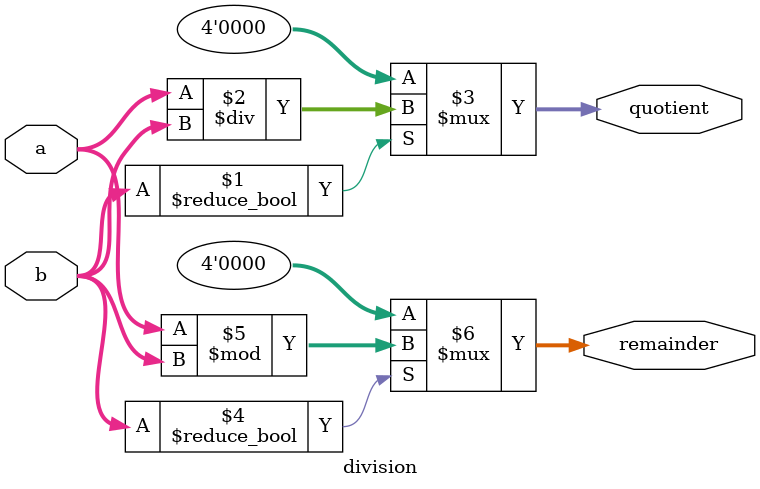
<source format=v>
module division
(
    input [3:0] a, b,
    output [3:0] quotient, remainder
);

    assign quotient = (b != 0) ? (a / b) : 4'b0000;
    assign remainder = (b != 0) ? (a % b) : 4'b0000; 

endmodule

</source>
